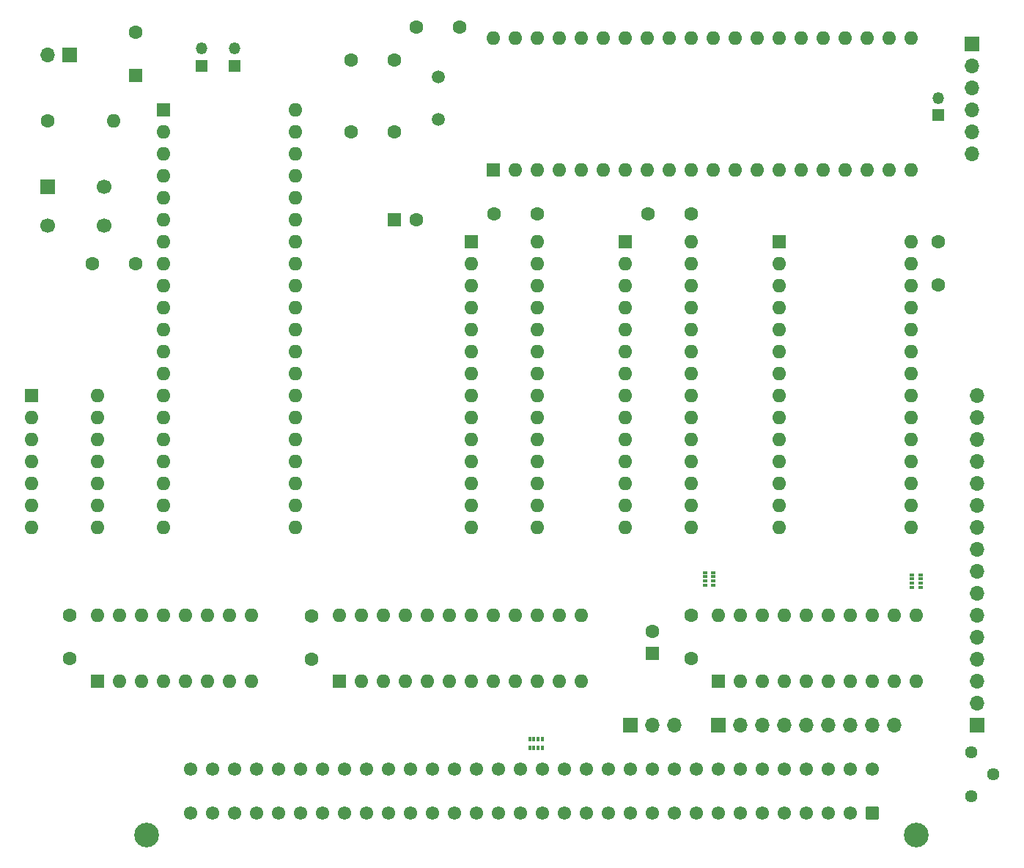
<source format=gbr>
%TF.GenerationSoftware,KiCad,Pcbnew,7.0.11-7.0.11~ubuntu22.04.1*%
%TF.CreationDate,2024-08-26T13:36:22+02:00*%
%TF.ProjectId,pcb01,70636230-312e-46b6-9963-61645f706362,rev?*%
%TF.SameCoordinates,Original*%
%TF.FileFunction,Soldermask,Bot*%
%TF.FilePolarity,Negative*%
%FSLAX46Y46*%
G04 Gerber Fmt 4.6, Leading zero omitted, Abs format (unit mm)*
G04 Created by KiCad (PCBNEW 7.0.11-7.0.11~ubuntu22.04.1) date 2024-08-26 13:36:22*
%MOMM*%
%LPD*%
G01*
G04 APERTURE LIST*
G04 Aperture macros list*
%AMRoundRect*
0 Rectangle with rounded corners*
0 $1 Rounding radius*
0 $2 $3 $4 $5 $6 $7 $8 $9 X,Y pos of 4 corners*
0 Add a 4 corners polygon primitive as box body*
4,1,4,$2,$3,$4,$5,$6,$7,$8,$9,$2,$3,0*
0 Add four circle primitives for the rounded corners*
1,1,$1+$1,$2,$3*
1,1,$1+$1,$4,$5*
1,1,$1+$1,$6,$7*
1,1,$1+$1,$8,$9*
0 Add four rect primitives between the rounded corners*
20,1,$1+$1,$2,$3,$4,$5,0*
20,1,$1+$1,$4,$5,$6,$7,0*
20,1,$1+$1,$6,$7,$8,$9,0*
20,1,$1+$1,$8,$9,$2,$3,0*%
G04 Aperture macros list end*
%ADD10C,1.600000*%
%ADD11R,1.350000X1.350000*%
%ADD12O,1.350000X1.350000*%
%ADD13R,1.600000X1.600000*%
%ADD14O,1.600000X1.600000*%
%ADD15R,1.700000X1.700000*%
%ADD16O,1.700000X1.700000*%
%ADD17C,1.500000*%
%ADD18C,1.700000*%
%ADD19C,2.850000*%
%ADD20RoundRect,0.249999X0.525001X0.525001X-0.525001X0.525001X-0.525001X-0.525001X0.525001X-0.525001X0*%
%ADD21C,1.550000*%
%ADD22C,1.440000*%
%ADD23R,0.500000X0.320000*%
%ADD24R,0.320000X0.500000*%
G04 APERTURE END LIST*
D10*
%TO.C,C2*%
X68580000Y-34290000D03*
X63580000Y-34290000D03*
%TD*%
%TO.C,C5*%
X85090000Y-43815000D03*
X80090000Y-43815000D03*
%TD*%
%TO.C,C4*%
X38695000Y-49530000D03*
X33695000Y-49530000D03*
%TD*%
D11*
%TO.C,J7*%
X46355000Y-26670000D03*
D12*
X46355000Y-24670000D03*
%TD*%
D13*
%TO.C,U2*%
X77465000Y-46990000D03*
D14*
X77465000Y-49530000D03*
X77465000Y-52070000D03*
X77465000Y-54610000D03*
X77465000Y-57150000D03*
X77465000Y-59690000D03*
X77465000Y-62230000D03*
X77465000Y-64770000D03*
X77465000Y-67310000D03*
X77465000Y-69850000D03*
X77465000Y-72390000D03*
X77465000Y-74930000D03*
X77465000Y-77470000D03*
X77465000Y-80010000D03*
X85085000Y-80010000D03*
X85085000Y-77470000D03*
X85085000Y-74930000D03*
X85085000Y-72390000D03*
X85085000Y-69850000D03*
X85085000Y-67310000D03*
X85085000Y-64770000D03*
X85085000Y-62230000D03*
X85085000Y-59690000D03*
X85085000Y-57150000D03*
X85085000Y-54610000D03*
X85085000Y-52070000D03*
X85085000Y-49530000D03*
X85085000Y-46990000D03*
%TD*%
D15*
%TO.C,J11*%
X106045000Y-102870000D03*
D16*
X108585000Y-102870000D03*
X111125000Y-102870000D03*
X113665000Y-102870000D03*
X116205000Y-102870000D03*
X118745000Y-102870000D03*
X121285000Y-102870000D03*
X123825000Y-102870000D03*
X126365000Y-102870000D03*
%TD*%
D10*
%TO.C,C1*%
X68580000Y-26035000D03*
X63580000Y-26035000D03*
%TD*%
D15*
%TO.C,J5*%
X135280000Y-24155000D03*
D16*
X135280000Y-26695000D03*
X135280000Y-29235000D03*
X135280000Y-31775000D03*
X135280000Y-34315000D03*
X135280000Y-36855000D03*
%TD*%
D11*
%TO.C,J8*%
X50165000Y-26670000D03*
D12*
X50165000Y-24670000D03*
%TD*%
D13*
%TO.C,X1*%
X26670000Y-64770000D03*
D14*
X26670000Y-67310000D03*
X26670000Y-69850000D03*
X26670000Y-72390000D03*
X26670000Y-74930000D03*
X26670000Y-77470000D03*
X26670000Y-80010000D03*
X34290000Y-80010000D03*
X34290000Y-77470000D03*
X34290000Y-74930000D03*
X34290000Y-72390000D03*
X34290000Y-69850000D03*
X34290000Y-67310000D03*
X34290000Y-64770000D03*
%TD*%
D11*
%TO.C,J6*%
X131445000Y-32385000D03*
D12*
X131445000Y-30385000D03*
%TD*%
D15*
%TO.C,J10*%
X31115000Y-25400000D03*
D16*
X28575000Y-25400000D03*
%TD*%
D17*
%TO.C,Y1*%
X73660000Y-32820000D03*
X73660000Y-27940000D03*
%TD*%
D13*
%TO.C,U3*%
X113025000Y-46990000D03*
D14*
X113025000Y-49530000D03*
X113025000Y-52070000D03*
X113025000Y-54610000D03*
X113025000Y-57150000D03*
X113025000Y-59690000D03*
X113025000Y-62230000D03*
X113025000Y-64770000D03*
X113025000Y-67310000D03*
X113025000Y-69850000D03*
X113025000Y-72390000D03*
X113025000Y-74930000D03*
X113025000Y-77470000D03*
X113025000Y-80010000D03*
X128265000Y-80010000D03*
X128265000Y-77470000D03*
X128265000Y-74930000D03*
X128265000Y-72390000D03*
X128265000Y-69850000D03*
X128265000Y-67310000D03*
X128265000Y-64770000D03*
X128265000Y-62230000D03*
X128265000Y-59690000D03*
X128265000Y-57150000D03*
X128265000Y-54610000D03*
X128265000Y-52070000D03*
X128265000Y-49530000D03*
X128265000Y-46990000D03*
%TD*%
D13*
%TO.C,U5*%
X34290000Y-97790000D03*
D14*
X36830000Y-97790000D03*
X39370000Y-97790000D03*
X41910000Y-97790000D03*
X44450000Y-97790000D03*
X46990000Y-97790000D03*
X49530000Y-97790000D03*
X52070000Y-97790000D03*
X52070000Y-90170000D03*
X49530000Y-90170000D03*
X46990000Y-90170000D03*
X44450000Y-90170000D03*
X41910000Y-90170000D03*
X39370000Y-90170000D03*
X36830000Y-90170000D03*
X34290000Y-90170000D03*
%TD*%
D10*
%TO.C,C9*%
X59055000Y-90250000D03*
X59055000Y-95250000D03*
%TD*%
D13*
%TO.C,U7*%
X95245000Y-46990000D03*
D14*
X95245000Y-49530000D03*
X95245000Y-52070000D03*
X95245000Y-54610000D03*
X95245000Y-57150000D03*
X95245000Y-59690000D03*
X95245000Y-62230000D03*
X95245000Y-64770000D03*
X95245000Y-67310000D03*
X95245000Y-69850000D03*
X95245000Y-72390000D03*
X95245000Y-74930000D03*
X95245000Y-77470000D03*
X95245000Y-80010000D03*
X102865000Y-80010000D03*
X102865000Y-77470000D03*
X102865000Y-74930000D03*
X102865000Y-72390000D03*
X102865000Y-69850000D03*
X102865000Y-67310000D03*
X102865000Y-64770000D03*
X102865000Y-62230000D03*
X102865000Y-59690000D03*
X102865000Y-57150000D03*
X102865000Y-54610000D03*
X102865000Y-52070000D03*
X102865000Y-49530000D03*
X102865000Y-46990000D03*
%TD*%
D15*
%TO.C,J4*%
X135890000Y-102870000D03*
D16*
X135890000Y-100330000D03*
X135890000Y-97790000D03*
X135890000Y-95250000D03*
X135890000Y-92710000D03*
X135890000Y-90170000D03*
X135890000Y-87630000D03*
X135890000Y-85090000D03*
X135890000Y-82550000D03*
X135890000Y-80010000D03*
X135890000Y-77470000D03*
X135890000Y-74930000D03*
X135890000Y-72390000D03*
X135890000Y-69850000D03*
X135890000Y-67310000D03*
X135890000Y-64770000D03*
%TD*%
D10*
%TO.C,C7*%
X131445000Y-46990000D03*
X131445000Y-51990000D03*
%TD*%
%TO.C,C6*%
X102870000Y-43815000D03*
X97870000Y-43815000D03*
%TD*%
D13*
%TO.C,U6*%
X106045000Y-97790000D03*
D14*
X108585000Y-97790000D03*
X111125000Y-97790000D03*
X113665000Y-97790000D03*
X116205000Y-97790000D03*
X118745000Y-97790000D03*
X121285000Y-97790000D03*
X123825000Y-97790000D03*
X126365000Y-97790000D03*
X128905000Y-97790000D03*
X128905000Y-90170000D03*
X126365000Y-90170000D03*
X123825000Y-90170000D03*
X121285000Y-90170000D03*
X118745000Y-90170000D03*
X116205000Y-90170000D03*
X113665000Y-90170000D03*
X111125000Y-90170000D03*
X108585000Y-90170000D03*
X106045000Y-90170000D03*
%TD*%
D15*
%TO.C,J9*%
X95885000Y-102870000D03*
D16*
X98425000Y-102870000D03*
X100965000Y-102870000D03*
%TD*%
D15*
%TO.C,SW1*%
X28575000Y-40640000D03*
D18*
X35075000Y-40640000D03*
X28575000Y-45140000D03*
X35075000Y-45140000D03*
%TD*%
D10*
%TO.C,C3*%
X76160000Y-22225000D03*
X71160000Y-22225000D03*
%TD*%
D13*
%TO.C,U8*%
X80010000Y-38735000D03*
D14*
X82550000Y-38735000D03*
X85090000Y-38735000D03*
X87630000Y-38735000D03*
X90170000Y-38735000D03*
X92710000Y-38735000D03*
X95250000Y-38735000D03*
X97790000Y-38735000D03*
X100330000Y-38735000D03*
X102870000Y-38735000D03*
X105410000Y-38735000D03*
X107950000Y-38735000D03*
X110490000Y-38735000D03*
X113030000Y-38735000D03*
X115570000Y-38735000D03*
X118110000Y-38735000D03*
X120650000Y-38735000D03*
X123190000Y-38735000D03*
X125730000Y-38735000D03*
X128270000Y-38735000D03*
X128270000Y-23495000D03*
X125730000Y-23495000D03*
X123190000Y-23495000D03*
X120650000Y-23495000D03*
X118110000Y-23495000D03*
X115570000Y-23495000D03*
X113030000Y-23495000D03*
X110490000Y-23495000D03*
X107950000Y-23495000D03*
X105410000Y-23495000D03*
X102870000Y-23495000D03*
X100330000Y-23495000D03*
X97790000Y-23495000D03*
X95250000Y-23495000D03*
X92710000Y-23495000D03*
X90170000Y-23495000D03*
X87630000Y-23495000D03*
X85090000Y-23495000D03*
X82550000Y-23495000D03*
X80010000Y-23495000D03*
%TD*%
D13*
%TO.C,U1*%
X41910000Y-31750000D03*
D14*
X41910000Y-34290000D03*
X41910000Y-36830000D03*
X41910000Y-39370000D03*
X41910000Y-41910000D03*
X41910000Y-44450000D03*
X41910000Y-46990000D03*
X41910000Y-49530000D03*
X41910000Y-52070000D03*
X41910000Y-54610000D03*
X41910000Y-57150000D03*
X41910000Y-59690000D03*
X41910000Y-62230000D03*
X41910000Y-64770000D03*
X41910000Y-67310000D03*
X41910000Y-69850000D03*
X41910000Y-72390000D03*
X41910000Y-74930000D03*
X41910000Y-77470000D03*
X41910000Y-80010000D03*
X57150000Y-80010000D03*
X57150000Y-77470000D03*
X57150000Y-74930000D03*
X57150000Y-72390000D03*
X57150000Y-69850000D03*
X57150000Y-67310000D03*
X57150000Y-64770000D03*
X57150000Y-62230000D03*
X57150000Y-59690000D03*
X57150000Y-57150000D03*
X57150000Y-54610000D03*
X57150000Y-52070000D03*
X57150000Y-49530000D03*
X57150000Y-46990000D03*
X57150000Y-44450000D03*
X57150000Y-41910000D03*
X57150000Y-39370000D03*
X57150000Y-36830000D03*
X57150000Y-34290000D03*
X57150000Y-31750000D03*
%TD*%
D13*
%TO.C,C11*%
X38735000Y-27802651D03*
D10*
X38735000Y-22802651D03*
%TD*%
D13*
%TO.C,U4*%
X62232500Y-97790000D03*
D14*
X64772500Y-97790000D03*
X67312500Y-97790000D03*
X69852500Y-97790000D03*
X72392500Y-97790000D03*
X74932500Y-97790000D03*
X77472500Y-97790000D03*
X80012500Y-97790000D03*
X82552500Y-97790000D03*
X85092500Y-97790000D03*
X87632500Y-97790000D03*
X90172500Y-97790000D03*
X90172500Y-90170000D03*
X87632500Y-90170000D03*
X85092500Y-90170000D03*
X82552500Y-90170000D03*
X80012500Y-90170000D03*
X77472500Y-90170000D03*
X74932500Y-90170000D03*
X72392500Y-90170000D03*
X69852500Y-90170000D03*
X67312500Y-90170000D03*
X64772500Y-90170000D03*
X62232500Y-90170000D03*
%TD*%
D13*
%TO.C,C12*%
X68620000Y-44450000D03*
D10*
X71120000Y-44450000D03*
%TD*%
D13*
%TO.C,C13*%
X98425000Y-94550113D03*
D10*
X98425000Y-92050113D03*
%TD*%
D19*
%TO.C,J1*%
X128905000Y-115570000D03*
X40005000Y-115570000D03*
D20*
X123825000Y-113030000D03*
D21*
X121285000Y-113030000D03*
X118745000Y-113030000D03*
X116205000Y-113030000D03*
X113665000Y-113030000D03*
X111125000Y-113030000D03*
X108585000Y-113030000D03*
X106045000Y-113030000D03*
X103505000Y-113030000D03*
X100965000Y-113030000D03*
X98425000Y-113030000D03*
X95885000Y-113030000D03*
X93345000Y-113030000D03*
X90805000Y-113030000D03*
X88265000Y-113030000D03*
X85725000Y-113030000D03*
X83185000Y-113030000D03*
X80645000Y-113030000D03*
X78105000Y-113030000D03*
X75565000Y-113030000D03*
X73025000Y-113030000D03*
X70485000Y-113030000D03*
X67945000Y-113030000D03*
X65405000Y-113030000D03*
X62865000Y-113030000D03*
X60325000Y-113030000D03*
X57785000Y-113030000D03*
X55245000Y-113030000D03*
X52705000Y-113030000D03*
X50165000Y-113030000D03*
X47625000Y-113030000D03*
X45085000Y-113030000D03*
X123825000Y-107950000D03*
X121285000Y-107950000D03*
X118745000Y-107950000D03*
X116205000Y-107950000D03*
X113665000Y-107950000D03*
X111125000Y-107950000D03*
X108585000Y-107950000D03*
X106045000Y-107950000D03*
X103505000Y-107950000D03*
X100965000Y-107950000D03*
X98425000Y-107950000D03*
X95885000Y-107950000D03*
X93345000Y-107950000D03*
X90805000Y-107950000D03*
X88265000Y-107950000D03*
X85725000Y-107950000D03*
X83185000Y-107950000D03*
X80645000Y-107950000D03*
X78105000Y-107950000D03*
X75565000Y-107950000D03*
X73025000Y-107950000D03*
X70485000Y-107950000D03*
X67945000Y-107950000D03*
X65405000Y-107950000D03*
X62865000Y-107950000D03*
X60325000Y-107950000D03*
X57785000Y-107950000D03*
X55245000Y-107950000D03*
X52705000Y-107950000D03*
X50165000Y-107950000D03*
X47625000Y-107950000D03*
X45085000Y-107950000D03*
%TD*%
D10*
%TO.C,C10*%
X31115000Y-90210000D03*
X31115000Y-95210000D03*
%TD*%
D22*
%TO.C,RV1*%
X135255000Y-111125000D03*
X137795000Y-108585000D03*
X135255000Y-106045000D03*
%TD*%
D10*
%TO.C,R1*%
X28575000Y-33020000D03*
D14*
X36195000Y-33020000D03*
%TD*%
D10*
%TO.C,C8*%
X102870000Y-90170000D03*
X102870000Y-95170000D03*
%TD*%
D23*
%TO.C,RN2*%
X129413000Y-86983000D03*
X129413000Y-86483000D03*
X129413000Y-85983000D03*
X129413000Y-85483000D03*
X128413000Y-85483000D03*
X128413000Y-85983000D03*
X128413000Y-86483000D03*
X128413000Y-86983000D03*
%TD*%
%TO.C,RN1*%
X105463500Y-85225000D03*
X105463500Y-85725000D03*
X105463500Y-86225000D03*
X105463500Y-86725000D03*
X104463500Y-86725000D03*
X104463500Y-86225000D03*
X104463500Y-85725000D03*
X104463500Y-85225000D03*
%TD*%
D24*
%TO.C,RN3*%
X84225000Y-104475000D03*
X84725000Y-104475000D03*
X85225000Y-104475000D03*
X85725000Y-104475000D03*
X85725000Y-105475000D03*
X85225000Y-105475000D03*
X84725000Y-105475000D03*
X84225000Y-105475000D03*
%TD*%
M02*

</source>
